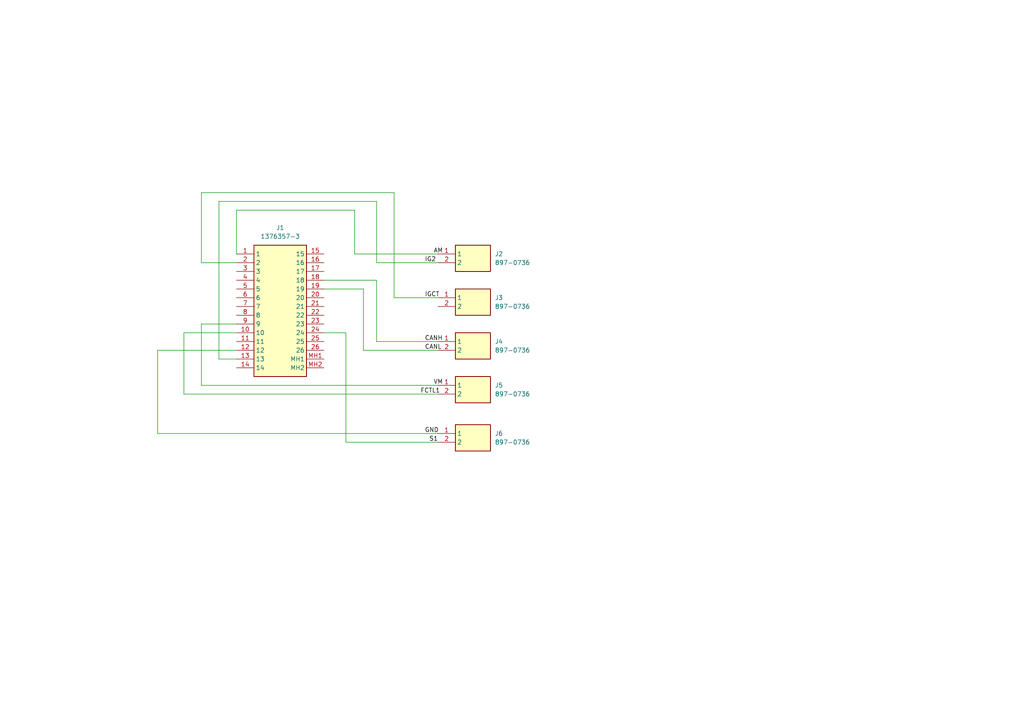
<source format=kicad_sch>
(kicad_sch
	(version 20231120)
	(generator "eeschema")
	(generator_version "8.0")
	(uuid "4494eb66-1df1-4cf3-aead-43575b0af3e3")
	(paper "A4")
	(lib_symbols
		(symbol "1376357-3:1376357-3"
			(exclude_from_sim no)
			(in_bom yes)
			(on_board yes)
			(property "Reference" "J"
				(at 21.59 7.62 0)
				(effects
					(font
						(size 1.27 1.27)
					)
					(justify left top)
				)
			)
			(property "Value" "1376357-3"
				(at 21.59 5.08 0)
				(effects
					(font
						(size 1.27 1.27)
					)
					(justify left top)
				)
			)
			(property "Footprint" "13763573"
				(at 21.59 -94.92 0)
				(effects
					(font
						(size 1.27 1.27)
					)
					(justify left top)
					(hide yes)
				)
			)
			(property "Datasheet" "https://www.te.com/commerce/DocumentDelivery/DDEController?Action=showdoc&DocId=Customer+Drawing%7F1376357%7FA4%7Fpdf%7FJapanese%7FJPN_CD_1376357_A4.pdf%7F1376357-3"
				(at 21.59 -194.92 0)
				(effects
					(font
						(size 1.27 1.27)
					)
					(justify left top)
					(hide yes)
				)
			)
			(property "Description" "Body Features: Primary Product Color Natural | Configuration Features: Number of Sections 1 | Number of Signal Positions 26 | PCB Mount Orientation Horizontal | Number of Rows 2 | Number of Positions 26 | Contact Features: Contact Size .63mm | Mating Tab Thickness .025 INCH | Mating Tab Width 2.3 MM | Contact Mating Area Plating Material Tin | Contact Type Tab | Mating Tab Width .64 MM | Mating Tab Thickness .64 MM | Mating Tab Width .025 INCH | Contact Size 2.28mm | Mating Tab Width .091 INCH | Dimensions:"
				(at 0 0 0)
				(effects
					(font
						(size 1.27 1.27)
					)
					(hide yes)
				)
			)
			(property "Height" "18.1"
				(at 21.59 -394.92 0)
				(effects
					(font
						(size 1.27 1.27)
					)
					(justify left top)
					(hide yes)
				)
			)
			(property "Manufacturer_Name" "TE Connectivity"
				(at 21.59 -494.92 0)
				(effects
					(font
						(size 1.27 1.27)
					)
					(justify left top)
					(hide yes)
				)
			)
			(property "Manufacturer_Part_Number" "1376357-3"
				(at 21.59 -594.92 0)
				(effects
					(font
						(size 1.27 1.27)
					)
					(justify left top)
					(hide yes)
				)
			)
			(property "Mouser Part Number" "571-1376357-3"
				(at 21.59 -694.92 0)
				(effects
					(font
						(size 1.27 1.27)
					)
					(justify left top)
					(hide yes)
				)
			)
			(property "Mouser Price/Stock" "https://www.mouser.co.uk/ProductDetail/TE-Connectivity/1376357-3?qs=Koa4dS0tnlFW%2FbM8mEy9lw%3D%3D"
				(at 21.59 -794.92 0)
				(effects
					(font
						(size 1.27 1.27)
					)
					(justify left top)
					(hide yes)
				)
			)
			(property "Arrow Part Number" "1376357-3"
				(at 21.59 -894.92 0)
				(effects
					(font
						(size 1.27 1.27)
					)
					(justify left top)
					(hide yes)
				)
			)
			(property "Arrow Price/Stock" "https://www.arrow.com/en/products/1376357-3/te-connectivity"
				(at 21.59 -994.92 0)
				(effects
					(font
						(size 1.27 1.27)
					)
					(justify left top)
					(hide yes)
				)
			)
			(symbol "1376357-3_1_1"
				(rectangle
					(start 5.08 2.54)
					(end 20.32 -35.56)
					(stroke
						(width 0.254)
						(type default)
					)
					(fill
						(type background)
					)
				)
				(pin passive line
					(at 0 0 0)
					(length 5.08)
					(name "1"
						(effects
							(font
								(size 1.27 1.27)
							)
						)
					)
					(number "1"
						(effects
							(font
								(size 1.27 1.27)
							)
						)
					)
				)
				(pin passive line
					(at 0 -22.86 0)
					(length 5.08)
					(name "10"
						(effects
							(font
								(size 1.27 1.27)
							)
						)
					)
					(number "10"
						(effects
							(font
								(size 1.27 1.27)
							)
						)
					)
				)
				(pin passive line
					(at 0 -25.4 0)
					(length 5.08)
					(name "11"
						(effects
							(font
								(size 1.27 1.27)
							)
						)
					)
					(number "11"
						(effects
							(font
								(size 1.27 1.27)
							)
						)
					)
				)
				(pin passive line
					(at 0 -27.94 0)
					(length 5.08)
					(name "12"
						(effects
							(font
								(size 1.27 1.27)
							)
						)
					)
					(number "12"
						(effects
							(font
								(size 1.27 1.27)
							)
						)
					)
				)
				(pin passive line
					(at 0 -30.48 0)
					(length 5.08)
					(name "13"
						(effects
							(font
								(size 1.27 1.27)
							)
						)
					)
					(number "13"
						(effects
							(font
								(size 1.27 1.27)
							)
						)
					)
				)
				(pin passive line
					(at 0 -33.02 0)
					(length 5.08)
					(name "14"
						(effects
							(font
								(size 1.27 1.27)
							)
						)
					)
					(number "14"
						(effects
							(font
								(size 1.27 1.27)
							)
						)
					)
				)
				(pin passive line
					(at 25.4 0 180)
					(length 5.08)
					(name "15"
						(effects
							(font
								(size 1.27 1.27)
							)
						)
					)
					(number "15"
						(effects
							(font
								(size 1.27 1.27)
							)
						)
					)
				)
				(pin passive line
					(at 25.4 -2.54 180)
					(length 5.08)
					(name "16"
						(effects
							(font
								(size 1.27 1.27)
							)
						)
					)
					(number "16"
						(effects
							(font
								(size 1.27 1.27)
							)
						)
					)
				)
				(pin passive line
					(at 25.4 -5.08 180)
					(length 5.08)
					(name "17"
						(effects
							(font
								(size 1.27 1.27)
							)
						)
					)
					(number "17"
						(effects
							(font
								(size 1.27 1.27)
							)
						)
					)
				)
				(pin passive line
					(at 25.4 -7.62 180)
					(length 5.08)
					(name "18"
						(effects
							(font
								(size 1.27 1.27)
							)
						)
					)
					(number "18"
						(effects
							(font
								(size 1.27 1.27)
							)
						)
					)
				)
				(pin passive line
					(at 25.4 -10.16 180)
					(length 5.08)
					(name "19"
						(effects
							(font
								(size 1.27 1.27)
							)
						)
					)
					(number "19"
						(effects
							(font
								(size 1.27 1.27)
							)
						)
					)
				)
				(pin passive line
					(at 0 -2.54 0)
					(length 5.08)
					(name "2"
						(effects
							(font
								(size 1.27 1.27)
							)
						)
					)
					(number "2"
						(effects
							(font
								(size 1.27 1.27)
							)
						)
					)
				)
				(pin passive line
					(at 25.4 -12.7 180)
					(length 5.08)
					(name "20"
						(effects
							(font
								(size 1.27 1.27)
							)
						)
					)
					(number "20"
						(effects
							(font
								(size 1.27 1.27)
							)
						)
					)
				)
				(pin passive line
					(at 25.4 -15.24 180)
					(length 5.08)
					(name "21"
						(effects
							(font
								(size 1.27 1.27)
							)
						)
					)
					(number "21"
						(effects
							(font
								(size 1.27 1.27)
							)
						)
					)
				)
				(pin passive line
					(at 25.4 -17.78 180)
					(length 5.08)
					(name "22"
						(effects
							(font
								(size 1.27 1.27)
							)
						)
					)
					(number "22"
						(effects
							(font
								(size 1.27 1.27)
							)
						)
					)
				)
				(pin passive line
					(at 25.4 -20.32 180)
					(length 5.08)
					(name "23"
						(effects
							(font
								(size 1.27 1.27)
							)
						)
					)
					(number "23"
						(effects
							(font
								(size 1.27 1.27)
							)
						)
					)
				)
				(pin passive line
					(at 25.4 -22.86 180)
					(length 5.08)
					(name "24"
						(effects
							(font
								(size 1.27 1.27)
							)
						)
					)
					(number "24"
						(effects
							(font
								(size 1.27 1.27)
							)
						)
					)
				)
				(pin passive line
					(at 25.4 -25.4 180)
					(length 5.08)
					(name "25"
						(effects
							(font
								(size 1.27 1.27)
							)
						)
					)
					(number "25"
						(effects
							(font
								(size 1.27 1.27)
							)
						)
					)
				)
				(pin passive line
					(at 25.4 -27.94 180)
					(length 5.08)
					(name "26"
						(effects
							(font
								(size 1.27 1.27)
							)
						)
					)
					(number "26"
						(effects
							(font
								(size 1.27 1.27)
							)
						)
					)
				)
				(pin passive line
					(at 0 -5.08 0)
					(length 5.08)
					(name "3"
						(effects
							(font
								(size 1.27 1.27)
							)
						)
					)
					(number "3"
						(effects
							(font
								(size 1.27 1.27)
							)
						)
					)
				)
				(pin passive line
					(at 0 -7.62 0)
					(length 5.08)
					(name "4"
						(effects
							(font
								(size 1.27 1.27)
							)
						)
					)
					(number "4"
						(effects
							(font
								(size 1.27 1.27)
							)
						)
					)
				)
				(pin passive line
					(at 0 -10.16 0)
					(length 5.08)
					(name "5"
						(effects
							(font
								(size 1.27 1.27)
							)
						)
					)
					(number "5"
						(effects
							(font
								(size 1.27 1.27)
							)
						)
					)
				)
				(pin passive line
					(at 0 -12.7 0)
					(length 5.08)
					(name "6"
						(effects
							(font
								(size 1.27 1.27)
							)
						)
					)
					(number "6"
						(effects
							(font
								(size 1.27 1.27)
							)
						)
					)
				)
				(pin passive line
					(at 0 -15.24 0)
					(length 5.08)
					(name "7"
						(effects
							(font
								(size 1.27 1.27)
							)
						)
					)
					(number "7"
						(effects
							(font
								(size 1.27 1.27)
							)
						)
					)
				)
				(pin passive line
					(at 0 -17.78 0)
					(length 5.08)
					(name "8"
						(effects
							(font
								(size 1.27 1.27)
							)
						)
					)
					(number "8"
						(effects
							(font
								(size 1.27 1.27)
							)
						)
					)
				)
				(pin passive line
					(at 0 -20.32 0)
					(length 5.08)
					(name "9"
						(effects
							(font
								(size 1.27 1.27)
							)
						)
					)
					(number "9"
						(effects
							(font
								(size 1.27 1.27)
							)
						)
					)
				)
				(pin passive line
					(at 25.4 -30.48 180)
					(length 5.08)
					(name "MH1"
						(effects
							(font
								(size 1.27 1.27)
							)
						)
					)
					(number "MH1"
						(effects
							(font
								(size 1.27 1.27)
							)
						)
					)
				)
				(pin passive line
					(at 25.4 -33.02 180)
					(length 5.08)
					(name "MH2"
						(effects
							(font
								(size 1.27 1.27)
							)
						)
					)
					(number "MH2"
						(effects
							(font
								(size 1.27 1.27)
							)
						)
					)
				)
			)
		)
		(symbol "1376357-3:897-0736"
			(exclude_from_sim no)
			(in_bom yes)
			(on_board yes)
			(property "Reference" "J"
				(at 16.51 7.62 0)
				(effects
					(font
						(size 1.27 1.27)
					)
					(justify left top)
				)
			)
			(property "Value" "897-0736"
				(at 16.51 5.08 0)
				(effects
					(font
						(size 1.27 1.27)
					)
					(justify left top)
				)
			)
			(property "Footprint" "SHDR2W100P0X500_1X2_1060X760X1020P"
				(at 16.51 -94.92 0)
				(effects
					(font
						(size 1.27 1.27)
					)
					(justify left top)
					(hide yes)
				)
			)
			(property "Datasheet" "https://docs.rs-online.com/9645/0900766b8157d56f.pdf"
				(at 16.51 -194.92 0)
				(effects
					(font
						(size 1.27 1.27)
					)
					(justify left top)
					(hide yes)
				)
			)
			(property "Description" "5mm Low Profile Terminal Block"
				(at 0 0 0)
				(effects
					(font
						(size 1.27 1.27)
					)
					(hide yes)
				)
			)
			(property "Height" "10.2"
				(at 16.51 -394.92 0)
				(effects
					(font
						(size 1.27 1.27)
					)
					(justify left top)
					(hide yes)
				)
			)
			(property "Manufacturer_Name" "RS Pro"
				(at 16.51 -494.92 0)
				(effects
					(font
						(size 1.27 1.27)
					)
					(justify left top)
					(hide yes)
				)
			)
			(property "Manufacturer_Part_Number" "897-0736"
				(at 16.51 -594.92 0)
				(effects
					(font
						(size 1.27 1.27)
					)
					(justify left top)
					(hide yes)
				)
			)
			(property "Mouser Part Number" ""
				(at 16.51 -694.92 0)
				(effects
					(font
						(size 1.27 1.27)
					)
					(justify left top)
					(hide yes)
				)
			)
			(property "Mouser Price/Stock" ""
				(at 16.51 -794.92 0)
				(effects
					(font
						(size 1.27 1.27)
					)
					(justify left top)
					(hide yes)
				)
			)
			(property "Arrow Part Number" ""
				(at 16.51 -894.92 0)
				(effects
					(font
						(size 1.27 1.27)
					)
					(justify left top)
					(hide yes)
				)
			)
			(property "Arrow Price/Stock" ""
				(at 16.51 -994.92 0)
				(effects
					(font
						(size 1.27 1.27)
					)
					(justify left top)
					(hide yes)
				)
			)
			(symbol "897-0736_1_1"
				(rectangle
					(start 5.08 2.54)
					(end 15.24 -5.08)
					(stroke
						(width 0.254)
						(type default)
					)
					(fill
						(type background)
					)
				)
				(pin passive line
					(at 0 0 0)
					(length 5.08)
					(name "1"
						(effects
							(font
								(size 1.27 1.27)
							)
						)
					)
					(number "1"
						(effects
							(font
								(size 1.27 1.27)
							)
						)
					)
				)
				(pin passive line
					(at 0 -2.54 0)
					(length 5.08)
					(name "2"
						(effects
							(font
								(size 1.27 1.27)
							)
						)
					)
					(number "2"
						(effects
							(font
								(size 1.27 1.27)
							)
						)
					)
				)
			)
		)
	)
	(wire
		(pts
			(xy 68.58 60.96) (xy 102.87 60.96)
		)
		(stroke
			(width 0)
			(type default)
		)
		(uuid "04639a27-16be-4dd6-af4e-7888f4312d86")
	)
	(wire
		(pts
			(xy 68.58 76.2) (xy 58.42 76.2)
		)
		(stroke
			(width 0)
			(type default)
		)
		(uuid "0cf41be4-1316-4fe2-b310-15fa3a2680a2")
	)
	(wire
		(pts
			(xy 105.41 101.6) (xy 127 101.6)
		)
		(stroke
			(width 0)
			(type default)
		)
		(uuid "135dfcf6-5896-4063-91b4-e1cbed73fa7b")
	)
	(wire
		(pts
			(xy 100.33 128.27) (xy 127 128.27)
		)
		(stroke
			(width 0)
			(type default)
		)
		(uuid "1c84c7a4-7ead-4ba0-bc7b-a82915e0a731")
	)
	(wire
		(pts
			(xy 58.42 111.76) (xy 127 111.76)
		)
		(stroke
			(width 0)
			(type default)
		)
		(uuid "2c7545d0-2a4c-4eb5-a61a-38db0a300c49")
	)
	(wire
		(pts
			(xy 109.22 99.06) (xy 127 99.06)
		)
		(stroke
			(width 0)
			(type default)
		)
		(uuid "36cd115b-fd76-4028-bdfb-06d9f85e0515")
	)
	(wire
		(pts
			(xy 45.72 125.73) (xy 127 125.73)
		)
		(stroke
			(width 0)
			(type default)
		)
		(uuid "50204e8c-adae-4ad1-bfed-2a005cc82c43")
	)
	(wire
		(pts
			(xy 109.22 81.28) (xy 109.22 99.06)
		)
		(stroke
			(width 0)
			(type default)
		)
		(uuid "5a5ba316-2c82-41e4-9f2b-512b80290a11")
	)
	(wire
		(pts
			(xy 93.98 83.82) (xy 105.41 83.82)
		)
		(stroke
			(width 0)
			(type default)
		)
		(uuid "5c3f4c96-8980-4664-ad45-049de76c25af")
	)
	(wire
		(pts
			(xy 58.42 55.88) (xy 114.3 55.88)
		)
		(stroke
			(width 0)
			(type default)
		)
		(uuid "6773a673-d203-49d2-bba5-bd0a3e6c4b2d")
	)
	(wire
		(pts
			(xy 114.3 86.36) (xy 127 86.36)
		)
		(stroke
			(width 0)
			(type default)
		)
		(uuid "6c4caf6b-5b9d-47cd-907e-0921356d338a")
	)
	(wire
		(pts
			(xy 68.58 96.52) (xy 53.34 96.52)
		)
		(stroke
			(width 0)
			(type default)
		)
		(uuid "7c520017-ed3a-4e1a-921d-f08f5841d097")
	)
	(wire
		(pts
			(xy 58.42 93.98) (xy 58.42 111.76)
		)
		(stroke
			(width 0)
			(type default)
		)
		(uuid "7ce6ea39-a517-4a33-a401-1d158026d8a6")
	)
	(wire
		(pts
			(xy 53.34 114.3) (xy 127 114.3)
		)
		(stroke
			(width 0)
			(type default)
		)
		(uuid "84e7009b-43d7-453c-9e9c-30235fc80c19")
	)
	(wire
		(pts
			(xy 102.87 73.66) (xy 127 73.66)
		)
		(stroke
			(width 0)
			(type default)
		)
		(uuid "88aa0d40-d1c4-46d9-85ab-48306463ddc2")
	)
	(wire
		(pts
			(xy 109.22 76.2) (xy 127 76.2)
		)
		(stroke
			(width 0)
			(type default)
		)
		(uuid "89ab4952-09fa-46a2-b8c8-f9789785c23b")
	)
	(wire
		(pts
			(xy 45.72 101.6) (xy 45.72 125.73)
		)
		(stroke
			(width 0)
			(type default)
		)
		(uuid "96920a52-56e9-436b-976b-22ae29ac4680")
	)
	(wire
		(pts
			(xy 105.41 83.82) (xy 105.41 101.6)
		)
		(stroke
			(width 0)
			(type default)
		)
		(uuid "a708be2c-52a6-49df-9267-9d6eb6890ac0")
	)
	(wire
		(pts
			(xy 63.5 58.42) (xy 109.22 58.42)
		)
		(stroke
			(width 0)
			(type default)
		)
		(uuid "bb073e50-b27b-40ae-8cb2-125a44017677")
	)
	(wire
		(pts
			(xy 58.42 76.2) (xy 58.42 55.88)
		)
		(stroke
			(width 0)
			(type default)
		)
		(uuid "bc2b695a-b2cd-4e5f-83c1-f2a072f9d030")
	)
	(wire
		(pts
			(xy 93.98 81.28) (xy 109.22 81.28)
		)
		(stroke
			(width 0)
			(type default)
		)
		(uuid "be3baff1-64b9-4ba8-be64-1c2d6c487942")
	)
	(wire
		(pts
			(xy 63.5 104.14) (xy 63.5 58.42)
		)
		(stroke
			(width 0)
			(type default)
		)
		(uuid "c6ad3a6e-191c-49fd-ab6a-d9f925fb24b3")
	)
	(wire
		(pts
			(xy 93.98 96.52) (xy 100.33 96.52)
		)
		(stroke
			(width 0)
			(type default)
		)
		(uuid "c841da60-6e26-4fc3-a26d-711b6a9a521f")
	)
	(wire
		(pts
			(xy 114.3 55.88) (xy 114.3 86.36)
		)
		(stroke
			(width 0)
			(type default)
		)
		(uuid "cd898c68-7b1b-4513-a9b4-834a2b2a1888")
	)
	(wire
		(pts
			(xy 68.58 104.14) (xy 63.5 104.14)
		)
		(stroke
			(width 0)
			(type default)
		)
		(uuid "d21b73e4-3cd6-448a-9acc-631e806fd321")
	)
	(wire
		(pts
			(xy 100.33 96.52) (xy 100.33 128.27)
		)
		(stroke
			(width 0)
			(type default)
		)
		(uuid "d289b4b1-7cf6-43b6-b057-1f827aa51447")
	)
	(wire
		(pts
			(xy 102.87 60.96) (xy 102.87 73.66)
		)
		(stroke
			(width 0)
			(type default)
		)
		(uuid "d4fd6b6b-b4c6-49e6-ae40-5deb4c8477d7")
	)
	(wire
		(pts
			(xy 68.58 101.6) (xy 45.72 101.6)
		)
		(stroke
			(width 0)
			(type default)
		)
		(uuid "d8b0c8aa-e624-45e9-aa89-d2935f339e21")
	)
	(wire
		(pts
			(xy 68.58 93.98) (xy 58.42 93.98)
		)
		(stroke
			(width 0)
			(type default)
		)
		(uuid "eaa24382-6000-4a62-b556-c349a707b08f")
	)
	(wire
		(pts
			(xy 53.34 96.52) (xy 53.34 114.3)
		)
		(stroke
			(width 0)
			(type default)
		)
		(uuid "ecee51b9-b59e-4f0d-a9bc-54d4bdee101a")
	)
	(wire
		(pts
			(xy 68.58 73.66) (xy 68.58 60.96)
		)
		(stroke
			(width 0)
			(type default)
		)
		(uuid "fa675a42-2fa7-4d83-a24c-46553ff6c4db")
	)
	(wire
		(pts
			(xy 109.22 58.42) (xy 109.22 76.2)
		)
		(stroke
			(width 0)
			(type default)
		)
		(uuid "ffe22de0-3141-482b-955d-30226d63b31b")
	)
	(label "S1"
		(at 124.46 128.27 0)
		(fields_autoplaced yes)
		(effects
			(font
				(size 1.27 1.27)
			)
			(justify left bottom)
		)
		(uuid "02600cb7-a90f-4e5b-b87c-eef04500b512")
	)
	(label "AM"
		(at 125.73 73.66 0)
		(fields_autoplaced yes)
		(effects
			(font
				(size 1.27 1.27)
			)
			(justify left bottom)
		)
		(uuid "4be46703-709e-4ac5-b9ae-53e933fa5d41")
	)
	(label "GND"
		(at 123.19 125.73 0)
		(fields_autoplaced yes)
		(effects
			(font
				(size 1.27 1.27)
			)
			(justify left bottom)
		)
		(uuid "4c73c5f2-b8d7-4250-8164-03a478d19421")
	)
	(label "IGCT"
		(at 123.19 86.36 0)
		(fields_autoplaced yes)
		(effects
			(font
				(size 1.27 1.27)
			)
			(justify left bottom)
		)
		(uuid "504bb114-78da-4231-aa89-96819e9c8aeb")
	)
	(label "FCTL1"
		(at -54.61 66.04 0)
		(fields_autoplaced yes)
		(effects
			(font
				(size 1.27 1.27)
			)
			(justify left bottom)
		)
		(uuid "762fb424-5514-43eb-a1f8-bc8f1f81b0db")
	)
	(label "CANL"
		(at 123.19 101.6 0)
		(fields_autoplaced yes)
		(effects
			(font
				(size 1.27 1.27)
			)
			(justify left bottom)
		)
		(uuid "abde05c0-c0a3-448d-8f6d-e4993b225bcc")
	)
	(label "IG2"
		(at 123.19 76.2 0)
		(fields_autoplaced yes)
		(effects
			(font
				(size 1.27 1.27)
			)
			(justify left bottom)
		)
		(uuid "d24dcc22-295f-4fcb-a75e-7c3e3cc6eefb")
	)
	(label "CANH"
		(at 123.19 99.06 0)
		(fields_autoplaced yes)
		(effects
			(font
				(size 1.27 1.27)
			)
			(justify left bottom)
		)
		(uuid "d7a28cce-04eb-4b0e-a0cc-4f4276698743")
	)
	(label "FCTL1"
		(at 121.92 114.3 0)
		(fields_autoplaced yes)
		(effects
			(font
				(size 1.27 1.27)
			)
			(justify left bottom)
		)
		(uuid "dcdfac60-b546-42d3-805c-bac4ff0e4302")
	)
	(label "VM"
		(at 125.73 111.76 0)
		(fields_autoplaced yes)
		(effects
			(font
				(size 1.27 1.27)
			)
			(justify left bottom)
		)
		(uuid "ebddf0e8-bc60-47a6-ac3b-542c59b93e61")
	)
	(symbol
		(lib_id "1376357-3:897-0736")
		(at 127 125.73 0)
		(unit 1)
		(exclude_from_sim no)
		(in_bom yes)
		(on_board yes)
		(dnp no)
		(fields_autoplaced yes)
		(uuid "50798e8c-bf01-4587-bfdc-14d2d3893121")
		(property "Reference" "J6"
			(at 143.51 125.7299 0)
			(effects
				(font
					(size 1.27 1.27)
				)
				(justify left)
			)
		)
		(property "Value" "897-0736"
			(at 143.51 128.2699 0)
			(effects
				(font
					(size 1.27 1.27)
				)
				(justify left)
			)
		)
		(property "Footprint" "1376357-3:SHDR2W100P0X500_1X2_1060X760X1020P"
			(at 143.51 220.65 0)
			(effects
				(font
					(size 1.27 1.27)
				)
				(justify left top)
				(hide yes)
			)
		)
		(property "Datasheet" "https://docs.rs-online.com/9645/0900766b8157d56f.pdf"
			(at 143.51 320.65 0)
			(effects
				(font
					(size 1.27 1.27)
				)
				(justify left top)
				(hide yes)
			)
		)
		(property "Description" "5mm Low Profile Terminal Block"
			(at 127 125.73 0)
			(effects
				(font
					(size 1.27 1.27)
				)
				(hide yes)
			)
		)
		(property "Height" "10.2"
			(at 143.51 520.65 0)
			(effects
				(font
					(size 1.27 1.27)
				)
				(justify left top)
				(hide yes)
			)
		)
		(property "Manufacturer_Name" "RS Pro"
			(at 143.51 620.65 0)
			(effects
				(font
					(size 1.27 1.27)
				)
				(justify left top)
				(hide yes)
			)
		)
		(property "Manufacturer_Part_Number" "897-0736"
			(at 143.51 720.65 0)
			(effects
				(font
					(size 1.27 1.27)
				)
				(justify left top)
				(hide yes)
			)
		)
		(property "Mouser Part Number" ""
			(at 143.51 820.65 0)
			(effects
				(font
					(size 1.27 1.27)
				)
				(justify left top)
				(hide yes)
			)
		)
		(property "Mouser Price/Stock" ""
			(at 143.51 920.65 0)
			(effects
				(font
					(size 1.27 1.27)
				)
				(justify left top)
				(hide yes)
			)
		)
		(property "Arrow Part Number" ""
			(at 143.51 1020.65 0)
			(effects
				(font
					(size 1.27 1.27)
				)
				(justify left top)
				(hide yes)
			)
		)
		(property "Arrow Price/Stock" ""
			(at 143.51 1120.65 0)
			(effects
				(font
					(size 1.27 1.27)
				)
				(justify left top)
				(hide yes)
			)
		)
		(pin "2"
			(uuid "5dfc3a39-2d5e-4939-a590-a58da071c089")
		)
		(pin "1"
			(uuid "3b7523ff-64d9-4804-b9e7-310d43ccd01e")
		)
		(instances
			(project "PriusBatteryConnector"
				(path "/4494eb66-1df1-4cf3-aead-43575b0af3e3"
					(reference "J6")
					(unit 1)
				)
			)
		)
	)
	(symbol
		(lib_id "1376357-3:897-0736")
		(at 127 73.66 0)
		(unit 1)
		(exclude_from_sim no)
		(in_bom yes)
		(on_board yes)
		(dnp no)
		(fields_autoplaced yes)
		(uuid "663ad039-9b9a-4d41-8dbe-efb592fcb89d")
		(property "Reference" "J2"
			(at 143.51 73.6599 0)
			(effects
				(font
					(size 1.27 1.27)
				)
				(justify left)
			)
		)
		(property "Value" "897-0736"
			(at 143.51 76.1999 0)
			(effects
				(font
					(size 1.27 1.27)
				)
				(justify left)
			)
		)
		(property "Footprint" "1376357-3:SHDR2W100P0X500_1X2_1060X760X1020P"
			(at 143.51 168.58 0)
			(effects
				(font
					(size 1.27 1.27)
				)
				(justify left top)
				(hide yes)
			)
		)
		(property "Datasheet" "https://docs.rs-online.com/9645/0900766b8157d56f.pdf"
			(at 143.51 268.58 0)
			(effects
				(font
					(size 1.27 1.27)
				)
				(justify left top)
				(hide yes)
			)
		)
		(property "Description" "5mm Low Profile Terminal Block"
			(at 127 73.66 0)
			(effects
				(font
					(size 1.27 1.27)
				)
				(hide yes)
			)
		)
		(property "Height" "10.2"
			(at 143.51 468.58 0)
			(effects
				(font
					(size 1.27 1.27)
				)
				(justify left top)
				(hide yes)
			)
		)
		(property "Manufacturer_Name" "RS Pro"
			(at 143.51 568.58 0)
			(effects
				(font
					(size 1.27 1.27)
				)
				(justify left top)
				(hide yes)
			)
		)
		(property "Manufacturer_Part_Number" "897-0736"
			(at 143.51 668.58 0)
			(effects
				(font
					(size 1.27 1.27)
				)
				(justify left top)
				(hide yes)
			)
		)
		(property "Mouser Part Number" ""
			(at 143.51 768.58 0)
			(effects
				(font
					(size 1.27 1.27)
				)
				(justify left top)
				(hide yes)
			)
		)
		(property "Mouser Price/Stock" ""
			(at 143.51 868.58 0)
			(effects
				(font
					(size 1.27 1.27)
				)
				(justify left top)
				(hide yes)
			)
		)
		(property "Arrow Part Number" ""
			(at 143.51 968.58 0)
			(effects
				(font
					(size 1.27 1.27)
				)
				(justify left top)
				(hide yes)
			)
		)
		(property "Arrow Price/Stock" ""
			(at 143.51 1068.58 0)
			(effects
				(font
					(size 1.27 1.27)
				)
				(justify left top)
				(hide yes)
			)
		)
		(pin "2"
			(uuid "cecac855-aed1-4019-a026-3caec66f097a")
		)
		(pin "1"
			(uuid "7980d097-5442-40fa-8c30-03c74a4d8177")
		)
		(instances
			(project ""
				(path "/4494eb66-1df1-4cf3-aead-43575b0af3e3"
					(reference "J2")
					(unit 1)
				)
			)
		)
	)
	(symbol
		(lib_id "1376357-3:897-0736")
		(at 127 111.76 0)
		(unit 1)
		(exclude_from_sim no)
		(in_bom yes)
		(on_board yes)
		(dnp no)
		(fields_autoplaced yes)
		(uuid "78d63a0e-5d75-4222-8bc3-69d29a9eea1e")
		(property "Reference" "J5"
			(at 143.51 111.7599 0)
			(effects
				(font
					(size 1.27 1.27)
				)
				(justify left)
			)
		)
		(property "Value" "897-0736"
			(at 143.51 114.2999 0)
			(effects
				(font
					(size 1.27 1.27)
				)
				(justify left)
			)
		)
		(property "Footprint" "1376357-3:SHDR2W100P0X500_1X2_1060X760X1020P"
			(at 143.51 206.68 0)
			(effects
				(font
					(size 1.27 1.27)
				)
				(justify left top)
				(hide yes)
			)
		)
		(property "Datasheet" "https://docs.rs-online.com/9645/0900766b8157d56f.pdf"
			(at 143.51 306.68 0)
			(effects
				(font
					(size 1.27 1.27)
				)
				(justify left top)
				(hide yes)
			)
		)
		(property "Description" "5mm Low Profile Terminal Block"
			(at 127 111.76 0)
			(effects
				(font
					(size 1.27 1.27)
				)
				(hide yes)
			)
		)
		(property "Height" "10.2"
			(at 143.51 506.68 0)
			(effects
				(font
					(size 1.27 1.27)
				)
				(justify left top)
				(hide yes)
			)
		)
		(property "Manufacturer_Name" "RS Pro"
			(at 143.51 606.68 0)
			(effects
				(font
					(size 1.27 1.27)
				)
				(justify left top)
				(hide yes)
			)
		)
		(property "Manufacturer_Part_Number" "897-0736"
			(at 143.51 706.68 0)
			(effects
				(font
					(size 1.27 1.27)
				)
				(justify left top)
				(hide yes)
			)
		)
		(property "Mouser Part Number" ""
			(at 143.51 806.68 0)
			(effects
				(font
					(size 1.27 1.27)
				)
				(justify left top)
				(hide yes)
			)
		)
		(property "Mouser Price/Stock" ""
			(at 143.51 906.68 0)
			(effects
				(font
					(size 1.27 1.27)
				)
				(justify left top)
				(hide yes)
			)
		)
		(property "Arrow Part Number" ""
			(at 143.51 1006.68 0)
			(effects
				(font
					(size 1.27 1.27)
				)
				(justify left top)
				(hide yes)
			)
		)
		(property "Arrow Price/Stock" ""
			(at 143.51 1106.68 0)
			(effects
				(font
					(size 1.27 1.27)
				)
				(justify left top)
				(hide yes)
			)
		)
		(pin "2"
			(uuid "e6ea31bd-9f1b-4c39-9a6e-0c58dc85bf7d")
		)
		(pin "1"
			(uuid "c2512b87-0ca3-45c1-a38d-bfea9f94283b")
		)
		(instances
			(project "PriusBatteryConnector"
				(path "/4494eb66-1df1-4cf3-aead-43575b0af3e3"
					(reference "J5")
					(unit 1)
				)
			)
		)
	)
	(symbol
		(lib_id "1376357-3:897-0736")
		(at 127 86.36 0)
		(unit 1)
		(exclude_from_sim no)
		(in_bom yes)
		(on_board yes)
		(dnp no)
		(fields_autoplaced yes)
		(uuid "bf5b66f7-8d34-4b4d-9bad-53b805d66a4c")
		(property "Reference" "J3"
			(at 143.51 86.3599 0)
			(effects
				(font
					(size 1.27 1.27)
				)
				(justify left)
			)
		)
		(property "Value" "897-0736"
			(at 143.51 88.8999 0)
			(effects
				(font
					(size 1.27 1.27)
				)
				(justify left)
			)
		)
		(property "Footprint" "1376357-3:SHDR2W100P0X500_1X2_1060X760X1020P"
			(at 143.51 181.28 0)
			(effects
				(font
					(size 1.27 1.27)
				)
				(justify left top)
				(hide yes)
			)
		)
		(property "Datasheet" "https://docs.rs-online.com/9645/0900766b8157d56f.pdf"
			(at 143.51 281.28 0)
			(effects
				(font
					(size 1.27 1.27)
				)
				(justify left top)
				(hide yes)
			)
		)
		(property "Description" "5mm Low Profile Terminal Block"
			(at 127 86.36 0)
			(effects
				(font
					(size 1.27 1.27)
				)
				(hide yes)
			)
		)
		(property "Height" "10.2"
			(at 143.51 481.28 0)
			(effects
				(font
					(size 1.27 1.27)
				)
				(justify left top)
				(hide yes)
			)
		)
		(property "Manufacturer_Name" "RS Pro"
			(at 143.51 581.28 0)
			(effects
				(font
					(size 1.27 1.27)
				)
				(justify left top)
				(hide yes)
			)
		)
		(property "Manufacturer_Part_Number" "897-0736"
			(at 143.51 681.28 0)
			(effects
				(font
					(size 1.27 1.27)
				)
				(justify left top)
				(hide yes)
			)
		)
		(property "Mouser Part Number" ""
			(at 143.51 781.28 0)
			(effects
				(font
					(size 1.27 1.27)
				)
				(justify left top)
				(hide yes)
			)
		)
		(property "Mouser Price/Stock" ""
			(at 143.51 881.28 0)
			(effects
				(font
					(size 1.27 1.27)
				)
				(justify left top)
				(hide yes)
			)
		)
		(property "Arrow Part Number" ""
			(at 143.51 981.28 0)
			(effects
				(font
					(size 1.27 1.27)
				)
				(justify left top)
				(hide yes)
			)
		)
		(property "Arrow Price/Stock" ""
			(at 143.51 1081.28 0)
			(effects
				(font
					(size 1.27 1.27)
				)
				(justify left top)
				(hide yes)
			)
		)
		(pin "2"
			(uuid "efdd45c0-d82a-4f26-b937-d895f35cd994")
		)
		(pin "1"
			(uuid "ceb698bb-a08b-470d-85a0-6cd915897433")
		)
		(instances
			(project "PriusBatteryConnector"
				(path "/4494eb66-1df1-4cf3-aead-43575b0af3e3"
					(reference "J3")
					(unit 1)
				)
			)
		)
	)
	(symbol
		(lib_id "1376357-3:1376357-3")
		(at 68.58 73.66 0)
		(unit 1)
		(exclude_from_sim no)
		(in_bom yes)
		(on_board yes)
		(dnp no)
		(fields_autoplaced yes)
		(uuid "c2500ba0-4911-40e2-bb42-4db935196cef")
		(property "Reference" "J1"
			(at 81.28 66.04 0)
			(effects
				(font
					(size 1.27 1.27)
				)
			)
		)
		(property "Value" "1376357-3"
			(at 81.28 68.58 0)
			(effects
				(font
					(size 1.27 1.27)
				)
			)
		)
		(property "Footprint" "1376357-3:13763573"
			(at 90.17 168.58 0)
			(effects
				(font
					(size 1.27 1.27)
				)
				(justify left top)
				(hide yes)
			)
		)
		(property "Datasheet" "https://www.te.com/commerce/DocumentDelivery/DDEController?Action=showdoc&DocId=Customer+Drawing%7F1376357%7FA4%7Fpdf%7FJapanese%7FJPN_CD_1376357_A4.pdf%7F1376357-3"
			(at 90.17 268.58 0)
			(effects
				(font
					(size 1.27 1.27)
				)
				(justify left top)
				(hide yes)
			)
		)
		(property "Description" "Body Features: Primary Product Color Natural | Configuration Features: Number of Sections 1 | Number of Signal Positions 26 | PCB Mount Orientation Horizontal | Number of Rows 2 | Number of Positions 26 | Contact Features: Contact Size .63mm | Mating Tab Thickness .025 INCH | Mating Tab Width 2.3 MM | Contact Mating Area Plating Material Tin | Contact Type Tab | Mating Tab Width .64 MM | Mating Tab Thickness .64 MM | Mating Tab Width .025 INCH | Contact Size 2.28mm | Mating Tab Width .091 INCH | Dimensions:"
			(at 68.58 73.66 0)
			(effects
				(font
					(size 1.27 1.27)
				)
				(hide yes)
			)
		)
		(property "Height" "18.1"
			(at 90.17 468.58 0)
			(effects
				(font
					(size 1.27 1.27)
				)
				(justify left top)
				(hide yes)
			)
		)
		(property "Manufacturer_Name" "TE Connectivity"
			(at 90.17 568.58 0)
			(effects
				(font
					(size 1.27 1.27)
				)
				(justify left top)
				(hide yes)
			)
		)
		(property "Manufacturer_Part_Number" "1376357-3"
			(at 90.17 668.58 0)
			(effects
				(font
					(size 1.27 1.27)
				)
				(justify left top)
				(hide yes)
			)
		)
		(property "Mouser Part Number" "571-1376357-3"
			(at 90.17 768.58 0)
			(effects
				(font
					(size 1.27 1.27)
				)
				(justify left top)
				(hide yes)
			)
		)
		(property "Mouser Price/Stock" "https://www.mouser.co.uk/ProductDetail/TE-Connectivity/1376357-3?qs=Koa4dS0tnlFW%2FbM8mEy9lw%3D%3D"
			(at 90.17 868.58 0)
			(effects
				(font
					(size 1.27 1.27)
				)
				(justify left top)
				(hide yes)
			)
		)
		(property "Arrow Part Number" "1376357-3"
			(at 90.17 968.58 0)
			(effects
				(font
					(size 1.27 1.27)
				)
				(justify left top)
				(hide yes)
			)
		)
		(property "Arrow Price/Stock" "https://www.arrow.com/en/products/1376357-3/te-connectivity"
			(at 90.17 1068.58 0)
			(effects
				(font
					(size 1.27 1.27)
				)
				(justify left top)
				(hide yes)
			)
		)
		(pin "25"
			(uuid "9b84faa9-4fd6-4a28-82e1-ca51427868a4")
		)
		(pin "2"
			(uuid "49315096-d3eb-47b7-a3a6-27a347485c46")
		)
		(pin "26"
			(uuid "cdf4d110-d7dc-4e3d-bcac-c4b1d33308b0")
		)
		(pin "6"
			(uuid "8241fda9-a6fa-48f8-a95a-f7770fcba71a")
		)
		(pin "21"
			(uuid "631f368c-29e2-4d07-8835-e359d5302a7c")
		)
		(pin "8"
			(uuid "136d54d0-24ab-45be-82c8-91011f2c9f80")
		)
		(pin "16"
			(uuid "adad17e1-96df-4682-af14-2a2a639b6305")
		)
		(pin "3"
			(uuid "c79ff0f6-d286-4146-bb45-6198d8c06311")
		)
		(pin "20"
			(uuid "52e4779e-fbf7-4af2-91b5-06c954133c67")
		)
		(pin "23"
			(uuid "84a138ed-eecc-4b1e-9e08-8c63d03bc623")
		)
		(pin "24"
			(uuid "32d5e285-8a1d-480c-8aaa-f4065792c98e")
		)
		(pin "5"
			(uuid "8275dbf1-3d06-4d40-adae-a5b568a4a8ed")
		)
		(pin "4"
			(uuid "e67555e5-c1b6-4bcd-b0af-98831595cf3d")
		)
		(pin "7"
			(uuid "472053a1-5dfb-42ca-8605-d30eadc1bc3e")
		)
		(pin "12"
			(uuid "5f4fb68d-5cba-4e9f-91e5-f37ec08abe5c")
		)
		(pin "9"
			(uuid "857c7ca5-9889-412a-80eb-09554b185691")
		)
		(pin "MH1"
			(uuid "e8dcf94b-a02e-48a0-af1a-3c7376cab28a")
		)
		(pin "1"
			(uuid "0ce54c87-6afe-4a6d-b32d-70fc3102e3b1")
		)
		(pin "13"
			(uuid "1c8b6bb7-867d-4fe3-822a-c802859dd7ac")
		)
		(pin "MH2"
			(uuid "86427402-42ad-4b0e-94ba-e8ad9358048e")
		)
		(pin "10"
			(uuid "05e020ba-541c-41f8-833b-861c57cdf439")
		)
		(pin "11"
			(uuid "4b0fe118-462e-4951-9a49-06a388c17f40")
		)
		(pin "14"
			(uuid "0785bbbd-9d6f-4b80-98f1-964cabf774d9")
		)
		(pin "19"
			(uuid "7a92e069-442b-4ea6-8f51-a13ad517fc8b")
		)
		(pin "15"
			(uuid "0258a7ef-4c70-4b54-8f85-f26101b33f5a")
		)
		(pin "18"
			(uuid "cd122936-2559-4345-a3ad-37967f62c337")
		)
		(pin "22"
			(uuid "7a7db861-82fa-4fa7-bcdc-128a6c256ee2")
		)
		(pin "17"
			(uuid "41ed2e54-709b-4449-b3e4-cf4bb437d411")
		)
		(instances
			(project ""
				(path "/4494eb66-1df1-4cf3-aead-43575b0af3e3"
					(reference "J1")
					(unit 1)
				)
			)
		)
	)
	(symbol
		(lib_id "1376357-3:897-0736")
		(at 127 99.06 0)
		(unit 1)
		(exclude_from_sim no)
		(in_bom yes)
		(on_board yes)
		(dnp no)
		(fields_autoplaced yes)
		(uuid "e5614aae-9a9b-4c9b-b06a-5db7fa0085e9")
		(property "Reference" "J4"
			(at 143.51 99.0599 0)
			(effects
				(font
					(size 1.27 1.27)
				)
				(justify left)
			)
		)
		(property "Value" "897-0736"
			(at 143.51 101.5999 0)
			(effects
				(font
					(size 1.27 1.27)
				)
				(justify left)
			)
		)
		(property "Footprint" "1376357-3:SHDR2W100P0X500_1X2_1060X760X1020P"
			(at 143.51 193.98 0)
			(effects
				(font
					(size 1.27 1.27)
				)
				(justify left top)
				(hide yes)
			)
		)
		(property "Datasheet" "https://docs.rs-online.com/9645/0900766b8157d56f.pdf"
			(at 143.51 293.98 0)
			(effects
				(font
					(size 1.27 1.27)
				)
				(justify left top)
				(hide yes)
			)
		)
		(property "Description" "5mm Low Profile Terminal Block"
			(at 127 99.06 0)
			(effects
				(font
					(size 1.27 1.27)
				)
				(hide yes)
			)
		)
		(property "Height" "10.2"
			(at 143.51 493.98 0)
			(effects
				(font
					(size 1.27 1.27)
				)
				(justify left top)
				(hide yes)
			)
		)
		(property "Manufacturer_Name" "RS Pro"
			(at 143.51 593.98 0)
			(effects
				(font
					(size 1.27 1.27)
				)
				(justify left top)
				(hide yes)
			)
		)
		(property "Manufacturer_Part_Number" "897-0736"
			(at 143.51 693.98 0)
			(effects
				(font
					(size 1.27 1.27)
				)
				(justify left top)
				(hide yes)
			)
		)
		(property "Mouser Part Number" ""
			(at 143.51 793.98 0)
			(effects
				(font
					(size 1.27 1.27)
				)
				(justify left top)
				(hide yes)
			)
		)
		(property "Mouser Price/Stock" ""
			(at 143.51 893.98 0)
			(effects
				(font
					(size 1.27 1.27)
				)
				(justify left top)
				(hide yes)
			)
		)
		(property "Arrow Part Number" ""
			(at 143.51 993.98 0)
			(effects
				(font
					(size 1.27 1.27)
				)
				(justify left top)
				(hide yes)
			)
		)
		(property "Arrow Price/Stock" ""
			(at 143.51 1093.98 0)
			(effects
				(font
					(size 1.27 1.27)
				)
				(justify left top)
				(hide yes)
			)
		)
		(pin "2"
			(uuid "383ed548-726e-48d9-ac76-6ef7c4ee6fe0")
		)
		(pin "1"
			(uuid "07ec455b-196f-4c77-8644-277407374ecc")
		)
		(instances
			(project "PriusBatteryConnector"
				(path "/4494eb66-1df1-4cf3-aead-43575b0af3e3"
					(reference "J4")
					(unit 1)
				)
			)
		)
	)
	(sheet_instances
		(path "/"
			(page "1")
		)
	)
)

</source>
